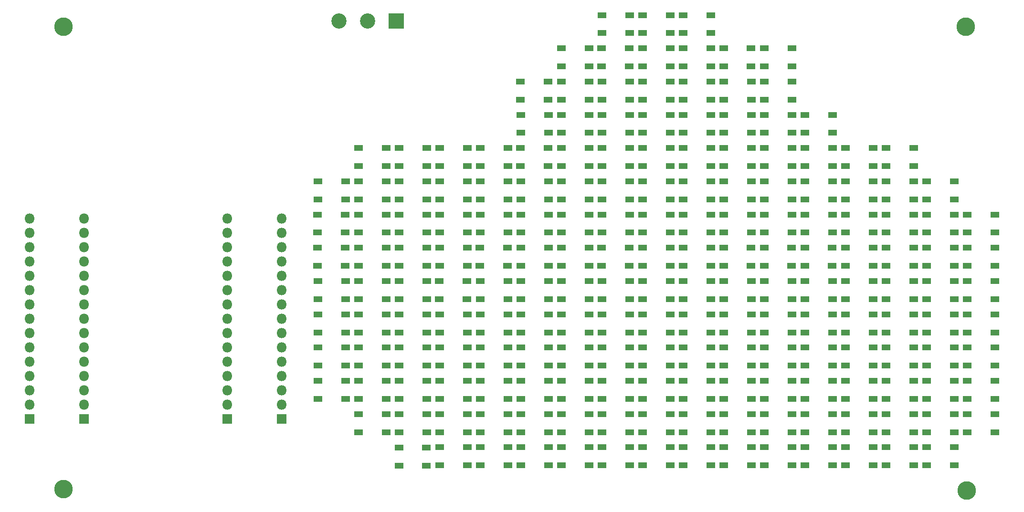
<source format=gts>
G04 #@! TF.GenerationSoftware,KiCad,Pcbnew,5.1.5+dfsg1-2build2*
G04 #@! TF.CreationDate,2020-10-07T00:50:06-05:00*
G04 #@! TF.ProjectId,LEDs_RGB_cloud,4c454473-5f52-4474-925f-636c6f75642e,rev?*
G04 #@! TF.SameCoordinates,Original*
G04 #@! TF.FileFunction,Soldermask,Top*
G04 #@! TF.FilePolarity,Negative*
%FSLAX46Y46*%
G04 Gerber Fmt 4.6, Leading zero omitted, Abs format (unit mm)*
G04 Created by KiCad (PCBNEW 5.1.5+dfsg1-2build2) date 2020-10-07 00:50:06*
%MOMM*%
%LPD*%
G04 APERTURE LIST*
%ADD10O,1.800000X1.800000*%
%ADD11R,1.800000X1.800000*%
%ADD12R,2.700000X2.700000*%
%ADD13C,2.700000*%
%ADD14R,1.600000X1.100000*%
%ADD15C,3.300000*%
G04 APERTURE END LIST*
D10*
X151650000Y-89990000D03*
X151650000Y-92530000D03*
X151650000Y-95070000D03*
X151650000Y-97610000D03*
X151650000Y-100150000D03*
X151650000Y-102690000D03*
X151650000Y-105230000D03*
X151650000Y-107770000D03*
X151650000Y-110310000D03*
X151650000Y-112850000D03*
X151650000Y-115390000D03*
X151650000Y-117930000D03*
X151650000Y-120470000D03*
X151650000Y-123010000D03*
D11*
X151650000Y-125550000D03*
D12*
X172000000Y-55000000D03*
D13*
X166920000Y-55000000D03*
X161840000Y-55000000D03*
D14*
X208490000Y-53910000D03*
X208490000Y-57110000D03*
X213390000Y-53910000D03*
X213390000Y-57110000D03*
X215690000Y-53910000D03*
X215690000Y-57110000D03*
X220590000Y-53910000D03*
X220590000Y-57110000D03*
X222890000Y-53910000D03*
X222890000Y-57110000D03*
X227790000Y-53910000D03*
X227790000Y-57110000D03*
X237290000Y-59810000D03*
X237290000Y-63010000D03*
X242190000Y-59810000D03*
X242190000Y-63010000D03*
X258890000Y-118810000D03*
X258890000Y-122010000D03*
X263790000Y-118810000D03*
X263790000Y-122010000D03*
X230090000Y-118810000D03*
X230090000Y-122010000D03*
X234990000Y-118810000D03*
X234990000Y-122010000D03*
X179690000Y-124710000D03*
X179690000Y-127910000D03*
X184590000Y-124710000D03*
X184590000Y-127910000D03*
X186890000Y-124710000D03*
X186890000Y-127910000D03*
X191790000Y-124710000D03*
X191790000Y-127910000D03*
X194090000Y-124710000D03*
X194090000Y-127910000D03*
X198990000Y-124710000D03*
X198990000Y-127910000D03*
X201290000Y-124710000D03*
X201290000Y-127910000D03*
X206190000Y-124710000D03*
X206190000Y-127910000D03*
X208490000Y-124760000D03*
X208490000Y-127960000D03*
X213390000Y-124760000D03*
X213390000Y-127960000D03*
X215690000Y-124710000D03*
X215690000Y-127910000D03*
X220590000Y-124710000D03*
X220590000Y-127910000D03*
X222890000Y-124710000D03*
X222890000Y-127910000D03*
X227790000Y-124710000D03*
X227790000Y-127910000D03*
X230090000Y-124710000D03*
X230090000Y-127910000D03*
X234990000Y-124710000D03*
X234990000Y-127910000D03*
X237290000Y-124710000D03*
X237290000Y-127910000D03*
X242190000Y-124710000D03*
X242190000Y-127910000D03*
X244490000Y-124710000D03*
X244490000Y-127910000D03*
X249390000Y-124710000D03*
X249390000Y-127910000D03*
X251690000Y-124710000D03*
X251690000Y-127910000D03*
X256590000Y-124710000D03*
X256590000Y-127910000D03*
X258890000Y-124710000D03*
X258890000Y-127910000D03*
X263790000Y-124710000D03*
X263790000Y-127910000D03*
X266090000Y-124710000D03*
X266090000Y-127910000D03*
X270990000Y-124710000D03*
X270990000Y-127910000D03*
X273290000Y-124710000D03*
X273290000Y-127910000D03*
X278190000Y-124710000D03*
X278190000Y-127910000D03*
X266090000Y-130610000D03*
X266090000Y-133810000D03*
X270990000Y-130610000D03*
X270990000Y-133810000D03*
X258890000Y-130610000D03*
X258890000Y-133810000D03*
X263790000Y-130610000D03*
X263790000Y-133810000D03*
X251690000Y-130610000D03*
X251690000Y-133810000D03*
X256590000Y-130610000D03*
X256590000Y-133810000D03*
X244490000Y-130610000D03*
X244490000Y-133810000D03*
X249390000Y-130610000D03*
X249390000Y-133810000D03*
X237290000Y-130610000D03*
X237290000Y-133810000D03*
X242190000Y-130610000D03*
X242190000Y-133810000D03*
X230090000Y-130610000D03*
X230090000Y-133810000D03*
X234990000Y-130610000D03*
X234990000Y-133810000D03*
X222890000Y-130610000D03*
X222890000Y-133810000D03*
X227790000Y-130610000D03*
X227790000Y-133810000D03*
X215690000Y-130610000D03*
X215690000Y-133810000D03*
X220590000Y-130610000D03*
X220590000Y-133810000D03*
X208490000Y-130610000D03*
X208490000Y-133810000D03*
X213390000Y-130610000D03*
X213390000Y-133810000D03*
X201290000Y-130610000D03*
X201290000Y-133810000D03*
X206190000Y-130610000D03*
X206190000Y-133810000D03*
X194090000Y-130610000D03*
X194090000Y-133810000D03*
X198990000Y-130610000D03*
X198990000Y-133810000D03*
X186890000Y-130610000D03*
X186890000Y-133810000D03*
X191790000Y-130610000D03*
X191790000Y-133810000D03*
X179690000Y-130610000D03*
X179690000Y-133810000D03*
X184590000Y-130610000D03*
X184590000Y-133810000D03*
X172470000Y-130650000D03*
X172470000Y-133850000D03*
X177370000Y-130650000D03*
X177370000Y-133850000D03*
X251690000Y-107010000D03*
X251690000Y-110210000D03*
X256590000Y-107010000D03*
X256590000Y-110210000D03*
X244490000Y-118810000D03*
X244490000Y-122010000D03*
X249390000Y-118810000D03*
X249390000Y-122010000D03*
X194090000Y-112910000D03*
X194090000Y-116110000D03*
X198990000Y-112910000D03*
X198990000Y-116110000D03*
X186890000Y-101110000D03*
X186890000Y-104310000D03*
X191790000Y-101110000D03*
X191790000Y-104310000D03*
X194090000Y-101110000D03*
X194090000Y-104310000D03*
X198990000Y-101110000D03*
X198990000Y-104310000D03*
X201290000Y-101110000D03*
X201290000Y-104310000D03*
X206190000Y-101110000D03*
X206190000Y-104310000D03*
X208490000Y-101110000D03*
X208490000Y-104310000D03*
X213390000Y-101110000D03*
X213390000Y-104310000D03*
X215690000Y-101110000D03*
X215690000Y-104310000D03*
X220590000Y-101110000D03*
X220590000Y-104310000D03*
X222890000Y-101110000D03*
X222890000Y-104310000D03*
X227790000Y-101110000D03*
X227790000Y-104310000D03*
X230090000Y-101110000D03*
X230090000Y-104310000D03*
X234990000Y-101110000D03*
X234990000Y-104310000D03*
X237290000Y-101110000D03*
X237290000Y-104310000D03*
X242190000Y-101110000D03*
X242190000Y-104310000D03*
X244490000Y-101110000D03*
X244490000Y-104310000D03*
X249390000Y-101110000D03*
X249390000Y-104310000D03*
X251690000Y-101110000D03*
X251690000Y-104310000D03*
X256590000Y-101110000D03*
X256590000Y-104310000D03*
X258890000Y-101110000D03*
X258890000Y-104310000D03*
X263790000Y-101110000D03*
X263790000Y-104310000D03*
X266090000Y-101110000D03*
X266090000Y-104310000D03*
X270990000Y-101110000D03*
X270990000Y-104310000D03*
X273290000Y-101110000D03*
X273290000Y-104310000D03*
X278190000Y-101110000D03*
X278190000Y-104310000D03*
X273290000Y-107010000D03*
X273290000Y-110210000D03*
X278190000Y-107010000D03*
X278190000Y-110210000D03*
X266090000Y-107010000D03*
X266090000Y-110210000D03*
X270990000Y-107010000D03*
X270990000Y-110210000D03*
X258890000Y-107010000D03*
X258890000Y-110210000D03*
X263790000Y-107010000D03*
X263790000Y-110210000D03*
X244490000Y-107010000D03*
X244490000Y-110210000D03*
X249390000Y-107010000D03*
X249390000Y-110210000D03*
X237290000Y-107010000D03*
X237290000Y-110210000D03*
X242190000Y-107010000D03*
X242190000Y-110210000D03*
X230090000Y-107010000D03*
X230090000Y-110210000D03*
X234990000Y-107010000D03*
X234990000Y-110210000D03*
X222890000Y-107010000D03*
X222890000Y-110210000D03*
X227790000Y-107010000D03*
X227790000Y-110210000D03*
X215690000Y-107010000D03*
X215690000Y-110210000D03*
X220590000Y-107010000D03*
X220590000Y-110210000D03*
X208490000Y-107010000D03*
X208490000Y-110210000D03*
X213390000Y-107010000D03*
X213390000Y-110210000D03*
X201290000Y-107010000D03*
X201290000Y-110210000D03*
X206190000Y-107010000D03*
X206190000Y-110210000D03*
X194090000Y-107010000D03*
X194090000Y-110210000D03*
X198990000Y-107010000D03*
X198990000Y-110210000D03*
X186890000Y-107010000D03*
X186890000Y-110210000D03*
X191790000Y-107010000D03*
X191790000Y-110210000D03*
X179690000Y-107010000D03*
X179690000Y-110210000D03*
X184590000Y-107010000D03*
X184590000Y-110210000D03*
X172490000Y-107010000D03*
X172490000Y-110210000D03*
X177390000Y-107010000D03*
X177390000Y-110210000D03*
X165290000Y-107010000D03*
X165290000Y-110210000D03*
X170190000Y-107010000D03*
X170190000Y-110210000D03*
X158090000Y-107010000D03*
X158090000Y-110210000D03*
X162990000Y-107010000D03*
X162990000Y-110210000D03*
X158090000Y-112910000D03*
X158090000Y-116110000D03*
X162990000Y-112910000D03*
X162990000Y-116110000D03*
X165290000Y-112910000D03*
X165290000Y-116110000D03*
X170190000Y-112910000D03*
X170190000Y-116110000D03*
X172490000Y-112910000D03*
X172490000Y-116110000D03*
X177390000Y-112910000D03*
X177390000Y-116110000D03*
X179690000Y-112910000D03*
X179690000Y-116110000D03*
X184590000Y-112910000D03*
X184590000Y-116110000D03*
X186890000Y-112910000D03*
X186890000Y-116110000D03*
X191790000Y-112910000D03*
X191790000Y-116110000D03*
X201290000Y-112910000D03*
X201290000Y-116110000D03*
X206190000Y-112910000D03*
X206190000Y-116110000D03*
X208490000Y-112910000D03*
X208490000Y-116110000D03*
X213390000Y-112910000D03*
X213390000Y-116110000D03*
X215690000Y-112910000D03*
X215690000Y-116110000D03*
X220590000Y-112910000D03*
X220590000Y-116110000D03*
X222890000Y-112910000D03*
X222890000Y-116110000D03*
X227790000Y-112910000D03*
X227790000Y-116110000D03*
X230090000Y-112910000D03*
X230090000Y-116110000D03*
X234990000Y-112910000D03*
X234990000Y-116110000D03*
X237290000Y-112910000D03*
X237290000Y-116110000D03*
X242190000Y-112910000D03*
X242190000Y-116110000D03*
X244490000Y-112910000D03*
X244490000Y-116110000D03*
X249390000Y-112910000D03*
X249390000Y-116110000D03*
X251690000Y-112910000D03*
X251690000Y-116110000D03*
X256590000Y-112910000D03*
X256590000Y-116110000D03*
X258890000Y-112910000D03*
X258890000Y-116110000D03*
X263790000Y-112910000D03*
X263790000Y-116110000D03*
X266090000Y-112910000D03*
X266090000Y-116110000D03*
X270990000Y-112910000D03*
X270990000Y-116110000D03*
X273290000Y-112910000D03*
X273290000Y-116110000D03*
X278190000Y-112910000D03*
X278190000Y-116110000D03*
X273290000Y-118810000D03*
X273290000Y-122010000D03*
X278190000Y-118810000D03*
X278190000Y-122010000D03*
X266090000Y-118810000D03*
X266090000Y-122010000D03*
X270990000Y-118810000D03*
X270990000Y-122010000D03*
X251690000Y-118810000D03*
X251690000Y-122010000D03*
X256590000Y-118810000D03*
X256590000Y-122010000D03*
X237270000Y-118810000D03*
X237270000Y-122010000D03*
X242170000Y-118810000D03*
X242170000Y-122010000D03*
X222890000Y-118810000D03*
X222890000Y-122010000D03*
X227790000Y-118810000D03*
X227790000Y-122010000D03*
X215690000Y-118810000D03*
X215690000Y-122010000D03*
X220590000Y-118810000D03*
X220590000Y-122010000D03*
X208490000Y-118810000D03*
X208490000Y-122010000D03*
X213390000Y-118810000D03*
X213390000Y-122010000D03*
X201290000Y-118810000D03*
X201290000Y-122010000D03*
X206190000Y-118810000D03*
X206190000Y-122010000D03*
X194090000Y-118810000D03*
X194090000Y-122010000D03*
X198990000Y-118810000D03*
X198990000Y-122010000D03*
X186890000Y-118810000D03*
X186890000Y-122010000D03*
X191790000Y-118810000D03*
X191790000Y-122010000D03*
X179690000Y-118810000D03*
X179690000Y-122010000D03*
X184590000Y-118810000D03*
X184590000Y-122010000D03*
X172490000Y-118810000D03*
X172490000Y-122010000D03*
X177390000Y-118810000D03*
X177390000Y-122010000D03*
X165290000Y-118810000D03*
X165290000Y-122010000D03*
X170190000Y-118810000D03*
X170190000Y-122010000D03*
X158090000Y-118810000D03*
X158090000Y-122010000D03*
X162990000Y-118810000D03*
X162990000Y-122010000D03*
X165290000Y-124710000D03*
X165290000Y-127910000D03*
X170190000Y-124710000D03*
X170190000Y-127910000D03*
X172490000Y-124710000D03*
X172490000Y-127910000D03*
X177390000Y-124710000D03*
X177390000Y-127910000D03*
X179640000Y-101110000D03*
X179640000Y-104310000D03*
X184540000Y-101110000D03*
X184540000Y-104310000D03*
X177390000Y-104310000D03*
X177390000Y-101110000D03*
X172490000Y-104310000D03*
X172490000Y-101110000D03*
X165290000Y-101110000D03*
X165290000Y-104310000D03*
X170190000Y-101110000D03*
X170190000Y-104310000D03*
X158090000Y-101110000D03*
X158090000Y-104310000D03*
X162990000Y-101110000D03*
X162990000Y-104310000D03*
X158040000Y-95210000D03*
X158040000Y-98410000D03*
X162940000Y-95210000D03*
X162940000Y-98410000D03*
X170190000Y-98410000D03*
X170190000Y-95210000D03*
X165290000Y-98410000D03*
X165290000Y-95210000D03*
X172490000Y-95210000D03*
X172490000Y-98410000D03*
X177390000Y-95210000D03*
X177390000Y-98410000D03*
X179690000Y-95210000D03*
X179690000Y-98410000D03*
X184590000Y-95210000D03*
X184590000Y-98410000D03*
X186840000Y-95210000D03*
X186840000Y-98410000D03*
X191740000Y-95210000D03*
X191740000Y-98410000D03*
X198990000Y-98410000D03*
X198990000Y-95210000D03*
X194090000Y-98410000D03*
X194090000Y-95210000D03*
X206190000Y-98410000D03*
X206190000Y-95210000D03*
X201290000Y-98410000D03*
X201290000Y-95210000D03*
X213340000Y-98410000D03*
X213340000Y-95210000D03*
X208440000Y-98410000D03*
X208440000Y-95210000D03*
X215690000Y-95210000D03*
X215690000Y-98410000D03*
X220590000Y-95210000D03*
X220590000Y-98410000D03*
X227790000Y-98410000D03*
X227790000Y-95210000D03*
X222890000Y-98410000D03*
X222890000Y-95210000D03*
X234940000Y-98410000D03*
X234940000Y-95210000D03*
X230040000Y-98410000D03*
X230040000Y-95210000D03*
X242140000Y-98410000D03*
X242140000Y-95210000D03*
X237240000Y-98410000D03*
X237240000Y-95210000D03*
X244440000Y-95210000D03*
X244440000Y-98410000D03*
X249340000Y-95210000D03*
X249340000Y-98410000D03*
X251690000Y-95210000D03*
X251690000Y-98410000D03*
X256590000Y-95210000D03*
X256590000Y-98410000D03*
X258890000Y-95210000D03*
X258890000Y-98410000D03*
X263790000Y-95210000D03*
X263790000Y-98410000D03*
X270940000Y-98410000D03*
X270940000Y-95210000D03*
X266040000Y-98410000D03*
X266040000Y-95210000D03*
X278140000Y-98410000D03*
X278140000Y-95210000D03*
X273240000Y-98410000D03*
X273240000Y-95210000D03*
X278190000Y-92510000D03*
X278190000Y-89310000D03*
X273290000Y-92510000D03*
X273290000Y-89310000D03*
X266090000Y-89310000D03*
X266090000Y-92510000D03*
X270990000Y-89310000D03*
X270990000Y-92510000D03*
X263740000Y-92510000D03*
X263740000Y-89310000D03*
X258840000Y-92510000D03*
X258840000Y-89310000D03*
X256590000Y-92510000D03*
X256590000Y-89310000D03*
X251690000Y-92510000D03*
X251690000Y-89310000D03*
X244490000Y-89310000D03*
X244490000Y-92510000D03*
X249390000Y-89310000D03*
X249390000Y-92510000D03*
X237290000Y-89310000D03*
X237290000Y-92510000D03*
X242190000Y-89310000D03*
X242190000Y-92510000D03*
X230090000Y-89310000D03*
X230090000Y-92510000D03*
X234990000Y-89310000D03*
X234990000Y-92510000D03*
X222890000Y-89310000D03*
X222890000Y-92510000D03*
X227790000Y-89310000D03*
X227790000Y-92510000D03*
X220590000Y-92510000D03*
X220590000Y-89310000D03*
X215690000Y-92510000D03*
X215690000Y-89310000D03*
X208490000Y-89310000D03*
X208490000Y-92510000D03*
X213390000Y-89310000D03*
X213390000Y-92510000D03*
X206190000Y-92510000D03*
X206190000Y-89310000D03*
X201290000Y-92510000D03*
X201290000Y-89310000D03*
X194090000Y-89310000D03*
X194090000Y-92510000D03*
X198990000Y-89310000D03*
X198990000Y-92510000D03*
X191790000Y-92510000D03*
X191790000Y-89310000D03*
X186890000Y-92510000D03*
X186890000Y-89310000D03*
X179690000Y-89310000D03*
X179690000Y-92510000D03*
X184590000Y-89310000D03*
X184590000Y-92510000D03*
X177390000Y-92510000D03*
X177390000Y-89310000D03*
X172490000Y-92510000D03*
X172490000Y-89310000D03*
X170190000Y-92510000D03*
X170190000Y-89310000D03*
X165290000Y-92510000D03*
X165290000Y-89310000D03*
X158040000Y-89310000D03*
X158040000Y-92510000D03*
X162940000Y-89310000D03*
X162940000Y-92510000D03*
X158090000Y-83410000D03*
X158090000Y-86610000D03*
X162990000Y-83410000D03*
X162990000Y-86610000D03*
X165290000Y-83410000D03*
X165290000Y-86610000D03*
X170190000Y-83410000D03*
X170190000Y-86610000D03*
X177390000Y-86610000D03*
X177390000Y-83410000D03*
X172490000Y-86610000D03*
X172490000Y-83410000D03*
X179690000Y-83410000D03*
X179690000Y-86610000D03*
X184590000Y-83410000D03*
X184590000Y-86610000D03*
X186890000Y-83410000D03*
X186890000Y-86610000D03*
X191790000Y-83410000D03*
X191790000Y-86610000D03*
X194090000Y-83410000D03*
X194090000Y-86610000D03*
X198990000Y-83410000D03*
X198990000Y-86610000D03*
X206190000Y-86610000D03*
X206190000Y-83410000D03*
X201290000Y-86610000D03*
X201290000Y-83410000D03*
X213390000Y-86610000D03*
X213390000Y-83410000D03*
X208490000Y-86610000D03*
X208490000Y-83410000D03*
X220590000Y-86610000D03*
X220590000Y-83410000D03*
X215690000Y-86610000D03*
X215690000Y-83410000D03*
X222890000Y-83410000D03*
X222890000Y-86610000D03*
X227790000Y-83410000D03*
X227790000Y-86610000D03*
X234990000Y-86610000D03*
X234990000Y-83410000D03*
X230090000Y-86610000D03*
X230090000Y-83410000D03*
X237290000Y-83410000D03*
X237290000Y-86610000D03*
X242190000Y-83410000D03*
X242190000Y-86610000D03*
X249390000Y-86610000D03*
X249390000Y-83410000D03*
X244490000Y-86610000D03*
X244490000Y-83410000D03*
X251690000Y-83410000D03*
X251690000Y-86610000D03*
X256590000Y-83410000D03*
X256590000Y-86610000D03*
X258890000Y-83410000D03*
X258890000Y-86610000D03*
X263790000Y-83410000D03*
X263790000Y-86610000D03*
X266090000Y-83410000D03*
X266090000Y-86610000D03*
X270990000Y-83410000D03*
X270990000Y-86610000D03*
X263790000Y-80710000D03*
X263790000Y-77510000D03*
X258890000Y-80710000D03*
X258890000Y-77510000D03*
X256590000Y-80710000D03*
X256590000Y-77510000D03*
X251690000Y-80710000D03*
X251690000Y-77510000D03*
X249390000Y-80710000D03*
X249390000Y-77510000D03*
X244490000Y-80710000D03*
X244490000Y-77510000D03*
X237290000Y-77510000D03*
X237290000Y-80710000D03*
X242190000Y-77510000D03*
X242190000Y-80710000D03*
X234990000Y-80710000D03*
X234990000Y-77510000D03*
X230090000Y-80710000D03*
X230090000Y-77510000D03*
X227790000Y-80710000D03*
X227790000Y-77510000D03*
X222890000Y-80710000D03*
X222890000Y-77510000D03*
X220590000Y-80710000D03*
X220590000Y-77510000D03*
X215690000Y-80710000D03*
X215690000Y-77510000D03*
X208490000Y-77510000D03*
X208490000Y-80710000D03*
X213390000Y-77510000D03*
X213390000Y-80710000D03*
X201290000Y-77510000D03*
X201290000Y-80710000D03*
X206190000Y-77510000D03*
X206190000Y-80710000D03*
X198890000Y-80710000D03*
X198890000Y-77510000D03*
X193990000Y-80710000D03*
X193990000Y-77510000D03*
X186890000Y-77510000D03*
X186890000Y-80710000D03*
X191790000Y-77510000D03*
X191790000Y-80710000D03*
X184590000Y-80710000D03*
X184590000Y-77510000D03*
X179690000Y-80710000D03*
X179690000Y-77510000D03*
X172490000Y-77510000D03*
X172490000Y-80710000D03*
X177390000Y-77510000D03*
X177390000Y-80710000D03*
X170190000Y-80710000D03*
X170190000Y-77510000D03*
X165290000Y-80710000D03*
X165290000Y-77510000D03*
X194090000Y-71610000D03*
X194090000Y-74810000D03*
X198990000Y-71610000D03*
X198990000Y-74810000D03*
X206190000Y-74810000D03*
X206190000Y-71610000D03*
X201290000Y-74810000D03*
X201290000Y-71610000D03*
X213390000Y-74810000D03*
X213390000Y-71610000D03*
X208490000Y-74810000D03*
X208490000Y-71610000D03*
X220590000Y-74810000D03*
X220590000Y-71610000D03*
X215690000Y-74810000D03*
X215690000Y-71610000D03*
X227790000Y-74810000D03*
X227790000Y-71610000D03*
X222890000Y-74810000D03*
X222890000Y-71610000D03*
X234990000Y-74810000D03*
X234990000Y-71610000D03*
X230090000Y-74810000D03*
X230090000Y-71610000D03*
X237290000Y-71610000D03*
X237290000Y-74810000D03*
X242190000Y-71610000D03*
X242190000Y-74810000D03*
X249390000Y-74810000D03*
X249390000Y-71610000D03*
X244490000Y-74810000D03*
X244490000Y-71610000D03*
X242190000Y-68910000D03*
X242190000Y-65710000D03*
X237290000Y-68910000D03*
X237290000Y-65710000D03*
X230090000Y-65710000D03*
X230090000Y-68910000D03*
X234990000Y-65710000D03*
X234990000Y-68910000D03*
X222890000Y-65710000D03*
X222890000Y-68910000D03*
X227790000Y-65710000D03*
X227790000Y-68910000D03*
X220590000Y-68910000D03*
X220590000Y-65710000D03*
X215690000Y-68910000D03*
X215690000Y-65710000D03*
X208490000Y-65710000D03*
X208490000Y-68910000D03*
X213390000Y-65710000D03*
X213390000Y-68910000D03*
X206190000Y-68910000D03*
X206190000Y-65710000D03*
X201290000Y-68910000D03*
X201290000Y-65710000D03*
X198940000Y-68910000D03*
X198940000Y-65710000D03*
X194040000Y-68910000D03*
X194040000Y-65710000D03*
X201290000Y-59810000D03*
X201290000Y-63010000D03*
X206190000Y-59810000D03*
X206190000Y-63010000D03*
X208440000Y-59810000D03*
X208440000Y-63010000D03*
X213340000Y-59810000D03*
X213340000Y-63010000D03*
X220590000Y-63010000D03*
X220590000Y-59810000D03*
X215690000Y-63010000D03*
X215690000Y-59810000D03*
X222890000Y-59810000D03*
X222890000Y-63010000D03*
X227790000Y-59810000D03*
X227790000Y-63010000D03*
X230040000Y-59810000D03*
X230040000Y-63010000D03*
X234940000Y-59810000D03*
X234940000Y-63010000D03*
D15*
X113000000Y-56000000D03*
X113000000Y-138000000D03*
X273000000Y-56000000D03*
X273180000Y-138270000D03*
D11*
X106950000Y-125550000D03*
D10*
X106950000Y-123010000D03*
X106950000Y-120470000D03*
X106950000Y-117930000D03*
X106950000Y-115390000D03*
X106950000Y-112850000D03*
X106950000Y-110310000D03*
X106950000Y-107770000D03*
X106950000Y-105230000D03*
X106950000Y-102690000D03*
X106950000Y-100150000D03*
X106950000Y-97610000D03*
X106950000Y-95070000D03*
X106950000Y-92530000D03*
X106950000Y-89990000D03*
X116600000Y-89990000D03*
X116600000Y-92530000D03*
X116600000Y-95070000D03*
X116600000Y-97610000D03*
X116600000Y-100150000D03*
X116600000Y-102690000D03*
X116600000Y-105230000D03*
X116600000Y-107770000D03*
X116600000Y-110310000D03*
X116600000Y-112850000D03*
X116600000Y-115390000D03*
X116600000Y-117930000D03*
X116600000Y-120470000D03*
X116600000Y-123010000D03*
D11*
X116600000Y-125550000D03*
X142000000Y-125550000D03*
D10*
X142000000Y-123010000D03*
X142000000Y-120470000D03*
X142000000Y-117930000D03*
X142000000Y-115390000D03*
X142000000Y-112850000D03*
X142000000Y-110310000D03*
X142000000Y-107770000D03*
X142000000Y-105230000D03*
X142000000Y-102690000D03*
X142000000Y-100150000D03*
X142000000Y-97610000D03*
X142000000Y-95070000D03*
X142000000Y-92530000D03*
X142000000Y-89990000D03*
M02*

</source>
